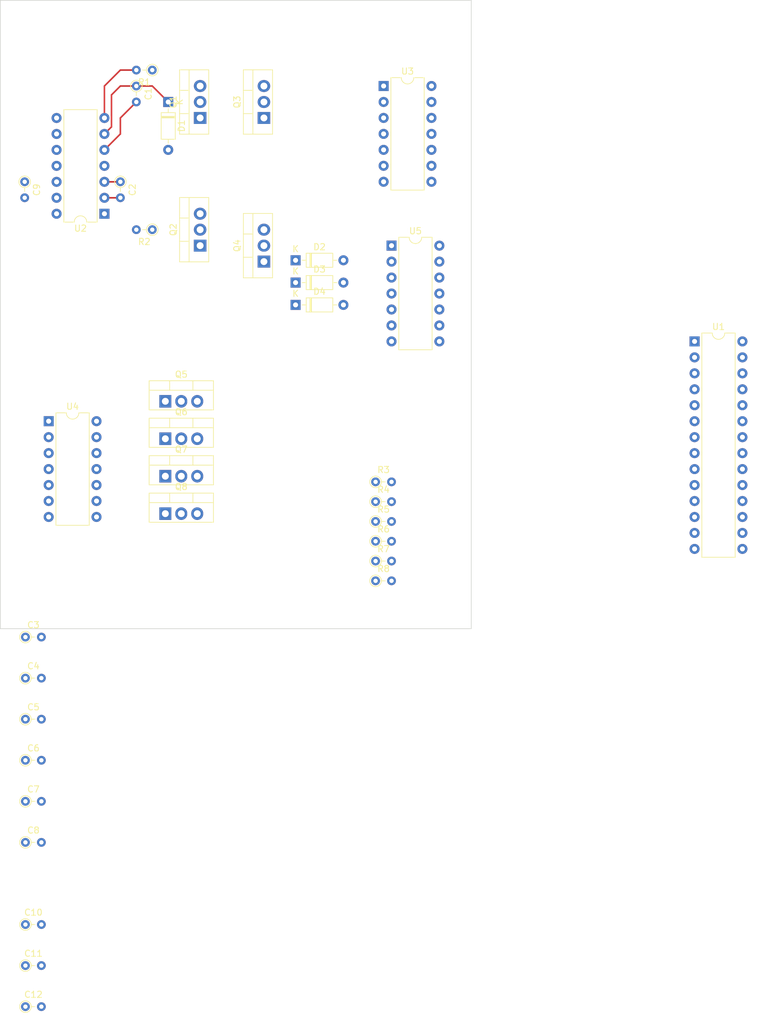
<source format=kicad_pcb>
(kicad_pcb (version 20221018) (generator pcbnew)
  (layers (0 "F.Cu" signal) (31 "B.Cu" signal) (34 "B.Paste" user) (35 "F.Paste" user) (36 "B.SilkS" user "B.Silkscreen") (37 "F.SilkS" user "F.Silkscreen") (38 "B.Mask" user) (39 "F.Mask" user) (44 "Edge.Cuts" user))
  (net 0 "")
  (net 1 "Net-(D1-K)")
  (net 2 "Net-(Q1-S)")
  (net 3 "+12V")
  (net 4 "GND")
  (net 5 "Net-(D2-K)")
  (net 6 "Net-(Q3-S)")
  (net 7 "Net-(U3-COM)")
  (net 8 "Net-(U1-VDD)")
  (net 9 "Net-(U4-VSS)")
  (net 10 "Net-(D3-K)")
  (net 11 "Net-(Q5-S)")
  (net 12 "Net-(U5-VSS)")
  (net 13 "Net-(U2-VSS)")
  (net 14 "Net-(U3-VSS)")
  (net 15 "Net-(D4-K)")
  (net 16 "Net-(Q7-S)")
  (net 17 "Net-(U5-COM)")
  (net 18 "Net-(Q1-G)")
  (net 19 "+9V")
  (net 20 "Net-(Q2-G)")
  (net 21 "Net-(Q3-G)")
  (net 22 "Net-(Q4-G)")
  (net 23 "Net-(Q5-G)")
  (net 24 "Net-(Q6-G)")
  (net 25 "Net-(Q7-G)")
  (net 26 "Net-(Q8-G)")
  (net 74 "Net-(U2-LO)")
  (net 75 "Net-(U2-HO)")
  (net 76 "Net-(U3-LO)")
  (net 77 "Net-(U3-HO)")
  (net 78 "Net-(U4-HO)")
  (net 79 "Net-(U4-LO)")
  (net 80 "Net-(U5-LO)")
  (net 81 "Net-(U5-HO)")
  (footprint "Package_TO_SOT_THT:TO-220-3_Vertical" (layer "F.Cu") (at 40.18 90.03)
    (fp_text reference "Q7" (at 2.54 -4.27) (layer "F.SilkS"))
    (fp_text value "IRF540N")
    (fp_line (start -2.58 -3.27) (end -2.58 1.371) (stroke (width 0.12)) (layer "F.SilkS"))
    (fp_line (start -2.58 -3.27) (end 7.66 -3.27) (stroke (width 0.12)) (layer "F.SilkS"))
    (fp_line (start -2.58 -1.76) (end 7.66 -1.76) (stroke (width 0.12)) (layer "F.SilkS"))
    (fp_line (start -2.58 1.371) (end 7.66 1.371) (stroke (width 0.12)) (layer "F.SilkS"))
    (fp_line (start 0.69 -3.27) (end 0.69 -1.76) (stroke (width 0.12)) (layer "F.SilkS"))
    (fp_line (start 4.391 -3.27) (end 4.391 -1.76) (stroke (width 0.12)) (layer "F.SilkS"))
    (fp_line (start 7.66 -3.27) (end 7.66 1.371) (stroke (width 0.12)) (layer "F.SilkS"))
    (pad "1" thru_hole rect (at 0 0) (size 1.905 2) (drill 1.1) (layers "*.Cu" "*.Mask") (net 25 "Net-(Q7-G)"))
    (pad "2" thru_hole oval (at 2.54 0) (size 1.905 2) (drill 1.1) (layers "*.Cu" "*.Mask") (net 19 "+9V"))
    (pad "3" thru_hole oval (at 5.08 0) (size 1.905 2) (drill 1.1) (layers "*.Cu" "*.Mask") (net 16 "Net-(Q7-S)"))
  )
  (footprint "Resistor_THT:R_Axial_DIN0204_L3.6mm_D1.6mm_P2.54mm_Vertical" (layer "F.Cu") (at 17.78 43.18 -90)
    (fp_text reference "C9" (at 1.27 -1.92 90) (layer "F.SilkS"))
    (fp_text value "1uF")
    (fp_line (start 0.92 0) (end 1.54 0) (stroke (width 0.12)) (layer "F.SilkS"))
    (fp_circle (center 0 0) (end 0.92 0) (stroke (width 0.12)) (fill none) (layer "F.SilkS"))
    (pad "1" thru_hole circle (at 0 0 270) (size 1.4 1.4) (drill 0.7) (layers "*.Cu" "*.Mask") (net 8 "Net-(U1-VDD)"))
    (pad "2" thru_hole oval (at 2.54 0 270) (size 1.4 1.4) (drill 0.7) (layers "*.Cu" "*.Mask") (net 13 "Net-(U2-VSS)"))
  )
  (footprint "Diode_THT:D_DO-35_SOD27_P7.62mm_Horizontal" (layer "F.Cu") (at 60.92 55.67)
    (fp_text reference "D2" (at 3.81 -2.12) (layer "F.SilkS"))
    (fp_text value "1N914")
    (fp_text user "K" (at 0 -1.8) (layer "F.SilkS"))
    (fp_line (start 1.04 0) (end 1.69 0) (stroke (width 0.12)) (layer "F.SilkS"))
    (fp_line (start 1.69 -1.12) (end 1.69 1.12) (stroke (width 0.12)) (layer "F.SilkS"))
    (fp_line (start 1.69 1.12) (end 5.93 1.12) (stroke (width 0.12)) (layer "F.SilkS"))
    (fp_line (start 2.29 -1.12) (end 2.29 1.12) (stroke (width 0.12)) (layer "F.SilkS"))
    (fp_line (start 2.41 -1.12) (end 2.41 1.12) (stroke (width 0.12)) (layer "F.SilkS"))
    (fp_line (start 2.53 -1.12) (end 2.53 1.12) (stroke (width 0.12)) (layer "F.SilkS"))
    (fp_line (start 5.93 -1.12) (end 1.69 -1.12) (stroke (width 0.12)) (layer "F.SilkS"))
    (fp_line (start 5.93 1.12) (end 5.93 -1.12) (stroke (width 0.12)) (layer "F.SilkS"))
    (fp_line (start 6.58 0) (end 5.93 0) (stroke (width 0.12)) (layer "F.SilkS"))
    (pad "1" thru_hole rect (at 0 0) (size 1.6 1.6) (drill 0.8) (layers "*.Cu" "*.Mask") (net 5 "Net-(D2-K)"))
    (pad "2" thru_hole oval (at 7.62 0) (size 1.6 1.6) (drill 0.8) (layers "*.Cu" "*.Mask") (net 3 "+12V"))
  )
  (footprint "Package_TO_SOT_THT:TO-220-3_Vertical" (layer "F.Cu") (at 40.18 95.99)
    (fp_text reference "Q8" (at 2.54 -4.27) (layer "F.SilkS"))
    (fp_text value "IRF540N")
    (fp_line (start -2.58 -3.27) (end -2.58 1.371) (stroke (width 0.12)) (layer "F.SilkS"))
    (fp_line (start -2.58 -3.27) (end 7.66 -3.27) (stroke (width 0.12)) (layer "F.SilkS"))
    (fp_line (start -2.58 -1.76) (end 7.66 -1.76) (stroke (width 0.12)) (layer "F.SilkS"))
    (fp_line (start -2.58 1.371) (end 7.66 1.371) (stroke (width 0.12)) (layer "F.SilkS"))
    (fp_line (start 0.69 -3.27) (end 0.69 -1.76) (stroke (width 0.12)) (layer "F.SilkS"))
    (fp_line (start 4.391 -3.27) (end 4.391 -1.76) (stroke (width 0.12)) (layer "F.SilkS"))
    (fp_line (start 7.66 -3.27) (end 7.66 1.371) (stroke (width 0.12)) (layer "F.SilkS"))
    (pad "1" thru_hole rect (at 0 0) (size 1.905 2) (drill 1.1) (layers "*.Cu" "*.Mask") (net 26 "Net-(Q8-G)"))
    (pad "2" thru_hole oval (at 2.54 0) (size 1.905 2) (drill 1.1) (layers "*.Cu" "*.Mask") (net 16 "Net-(Q7-S)"))
    (pad "3" thru_hole oval (at 5.08 0) (size 1.905 2) (drill 1.1) (layers "*.Cu" "*.Mask") (net 4 "GND"))
  )
  (footprint "Resistor_THT:R_Axial_DIN0204_L3.6mm_D1.6mm_P2.54mm_Vertical" (layer "F.Cu") (at 73.66 100.38)
    (fp_text reference "R6" (at 1.27 -1.92) (layer "F.SilkS"))
    (fp_text value "22R")
    (fp_line (start 0.92 0) (end 1.54 0) (stroke (width 0.12)) (layer "F.SilkS"))
    (fp_circle (center 0 0) (end 0.92 0) (stroke (width 0.12)) (fill none) (layer "F.SilkS"))
    (pad "1" thru_hole circle (at 0 0) (size 1.4 1.4) (drill 0.7) (layers "*.Cu" "*.Mask") (net 24 "Net-(Q6-G)"))
    (pad "2" thru_hole oval (at 2.54 0) (size 1.4 1.4) (drill 0.7) (layers "*.Cu" "*.Mask") (net 79 "Net-(U4-LO)"))
  )
  (footprint "Resistor_THT:R_Axial_DIN0204_L3.6mm_D1.6mm_P2.54mm_Vertical" (layer "F.Cu") (at 73.66 103.53)
    (fp_text reference "R7" (at 1.27 -1.92) (layer "F.SilkS"))
    (fp_text value "22R")
    (fp_line (start 0.92 0) (end 1.54 0) (stroke (width 0.12)) (layer "F.SilkS"))
    (fp_circle (center 0 0) (end 0.92 0) (stroke (width 0.12)) (fill none) (layer "F.SilkS"))
    (pad "1" thru_hole circle (at 0 0) (size 1.4 1.4) (drill 0.7) (layers "*.Cu" "*.Mask") (net 81 "Net-(U5-HO)"))
    (pad "2" thru_hole oval (at 2.54 0) (size 1.4 1.4) (drill 0.7) (layers "*.Cu" "*.Mask") (net 25 "Net-(Q7-G)"))
  )
  (footprint "Resistor_THT:R_Axial_DIN0204_L3.6mm_D1.6mm_P2.54mm_Vertical" (layer "F.Cu") (at 38.1 50.8 180)
    (fp_text reference "R2" (at 1.27 -1.92) (layer "F.SilkS"))
    (fp_text value "22R")
    (fp_line (start 0.92 0) (end 1.54 0) (stroke (width 0.12)) (layer "F.SilkS"))
    (fp_circle (center 0 0) (end 0.92 0) (stroke (width 0.12)) (fill none) (layer "F.SilkS"))
    (pad "1" thru_hole circle (at 0 0 180) (size 1.4 1.4) (drill 0.7) (layers "*.Cu" "*.Mask") (net 20 "Net-(Q2-G)"))
    (pad "2" thru_hole oval (at 2.54 0 180) (size 1.4 1.4) (drill 0.7) (layers "*.Cu" "*.Mask") (net 74 "Net-(U2-LO)"))
  )
  (footprint "Resistor_THT:R_Axial_DIN0204_L3.6mm_D1.6mm_P2.54mm_Vertical" (layer "F.Cu") (at 38.1 25.4 180)
    (fp_text reference "R1" (at 1.27 -1.92) (layer "F.SilkS"))
    (fp_text value "22R")
    (fp_line (start 0.92 0) (end 1.54 0) (stroke (width 0.12)) (layer "F.SilkS"))
    (fp_circle (center 0 0) (end 0.92 0) (stroke (width 0.12)) (fill none) (layer "F.SilkS"))
    (pad "1" thru_hole circle (at 0 0 180) (size 1.4 1.4) (drill 0.7) (layers "*.Cu" "*.Mask") (net 18 "Net-(Q1-G)"))
    (pad "2" thru_hole oval (at 2.54 0 180) (size 1.4 1.4) (drill 0.7) (layers "*.Cu" "*.Mask") (net 75 "Net-(U2-HO)"))
  )
  (footprint "Package_DIP:DIP-14_W7.62mm" (layer "F.Cu") (at 74.94 27.935)
    (fp_text reference "U3" (at 3.81 -2.33) (layer "F.SilkS"))
    (fp_text value "IR2110")
    (fp_line (start 1.16 -1.33) (end 1.16 16.57) (stroke (width 0.12)) (layer "F.SilkS"))
    (fp_line (start 1.16 16.57) (end 6.46 16.57) (stroke (width 0.12)) (layer "F.SilkS"))
    (fp_line (start 2.81 -1.33) (end 1.16 -1.33) (stroke (width 0.12)) (layer "F.SilkS"))
    (fp_line (start 6.46 -1.33) (end 4.81 -1.33) (stroke (width 0.12)) (layer "F.SilkS"))
    (fp_line (start 6.46 16.57) (end 6.46 -1.33) (stroke (width 0.12)) (layer "F.SilkS"))
    (fp_arc (start 4.81 -1.33) (mid 3.81 -0.33) (end 2.81 -1.33) (stroke (width 0.12)) (layer "F.SilkS"))
    (pad "1" thru_hole rect (at 0 0) (size 1.6 1.6) (drill 0.8) (layers "*.Cu" "*.Mask") (net 76 "Net-(U3-LO)"))
    (pad "2" thru_hole oval (at 0 2.54) (size 1.6 1.6) (drill 0.8) (layers "*.Cu" "*.Mask") (net 7 "Net-(U3-COM)"))
    (pad "3" thru_hole oval (at 0 5.08) (size 1.6 1.6) (drill 0.8) (layers "*.Cu" "*.Mask") (net 3 "+12V"))
    (pad "4" thru_hole oval (at 0 7.62) (size 1.6 1.6) (drill 0.8) (layers "*.Cu" "*.Mask"))
    (pad "5" thru_hole oval (at 0 10.16) (size 1.6 1.6) (drill 0.8) (layers "*.Cu" "*.Mask") (net 6 "Net-(Q3-S)"))
    (pad "6" thru_hole oval (at 0 12.7) (size 1.6 1.6) (drill 0.8) (layers "*.Cu" "*.Mask") (net 5 "Net-(D2-K)"))
    (pad "7" thru_hole oval (at 0 15.24) (size 1.6 1.6) (drill 0.8) (layers "*.Cu" "*.Mask") (net 77 "Net-(U3-HO)"))
    (pad "8" thru_hole oval (at 7.62 15.24) (size 1.6 1.6) (drill 0.8) (layers "*.Cu" "*.Mask"))
    (pad "9" thru_hole oval (at 7.62 12.7) (size 1.6 1.6) (drill 0.8) (layers "*.Cu" "*.Mask") (net 8 "Net-(U1-VDD)"))
    (pad "10" thru_hole oval (at 7.62 10.16) (size 1.6 1.6) (drill 0.8) (layers "*.Cu" "*.Mask"))
    (pad "11" thru_hole oval (at 7.62 7.62) (size 1.6 1.6) (drill 0.8) (layers "*.Cu" "*.Mask") (net 4 "GND"))
    (pad "12" thru_hole oval (at 7.62 5.08) (size 1.6 1.6) (drill 0.8) (layers "*.Cu" "*.Mask"))
    (pad "13" thru_hole oval (at 7.62 2.54) (size 1.6 1.6) (drill 0.8) (layers "*.Cu" "*.Mask") (net 14 "Net-(U3-VSS)"))
    (pad "14" thru_hole oval (at 7.62 0) (size 1.6 1.6) (drill 0.8) (layers "*.Cu" "*.Mask"))
  )
  (footprint "Package_TO_SOT_THT:TO-220-3_Vertical" (layer "F.Cu") (at 45.72 33.02 90)
    (fp_text reference "Q1" (at 2.54 -4.27 90) (layer "F.SilkS"))
    (fp_text value "IRF540N")
    (fp_line (start -2.58 -3.27) (end -2.58 1.371) (stroke (width 0.12)) (layer "F.SilkS"))
    (fp_line (start -2.58 -3.27) (end 7.66 -3.27) (stroke (width 0.12)) (layer "F.SilkS"))
    (fp_line (start -2.58 -1.76) (end 7.66 -1.76) (stroke (width 0.12)) (layer "F.SilkS"))
    (fp_line (start -2.58 1.371) (end 7.66 1.371) (stroke (width 0.12)) (layer "F.SilkS"))
    (fp_line (start 0.69 -3.27) (end 0.69 -1.76) (stroke (width 0.12)) (layer "F.SilkS"))
    (fp_line (start 4.391 -3.27) (end 4.391 -1.76) (stroke (width 0.12)) (layer "F.SilkS"))
    (fp_line (start 7.66 -3.27) (end 7.66 1.371) (stroke (width 0.12)) (layer "F.SilkS"))
    (pad "1" thru_hole rect (at 0 0 90) (size 1.905 2) (drill 1.1) (layers "*.Cu" "*.Mask") (net 18 "Net-(Q1-G)"))
    (pad "2" thru_hole oval (at 2.54 0 90) (size 1.905 2) (drill 1.1) (layers "*.Cu" "*.Mask") (net 19 "+9V"))
    (pad "3" thru_hole oval (at 5.08 0 90) (size 1.905 2) (drill 1.1) (layers "*.Cu" "*.Mask") (net 2 "Net-(Q1-S)"))
  )
  (footprint "Package_TO_SOT_THT:TO-220-3_Vertical" (layer "F.Cu") (at 40.18 78.11)
    (fp_text reference "Q5" (at 2.54 -4.27) (layer "F.SilkS"))
    (fp_text value "IRF540N")
    (fp_line (start -2.58 -3.27) (end -2.58 1.371) (stroke (width 0.12)) (layer "F.SilkS"))
    (fp_line (start -2.58 -3.27) (end 7.66 -3.27) (stroke (width 0.12)) (layer "F.SilkS"))
    (fp_line (start -2.58 -1.76) (end 7.66 -1.76) (stroke (width 0.12)) (layer "F.SilkS"))
    (fp_line (start -2.58 1.371) (end 7.66 1.371) (stroke (width 0.12)) (layer "F.SilkS"))
    (fp_line (start 0.69 -3.27) (end 0.69 -1.76) (stroke (width 0.12)) (layer "F.SilkS"))
    (fp_line (start 4.391 -3.27) (end 4.391 -1.76) (stroke (width 0.12)) (layer "F.SilkS"))
    (fp_line (start 7.66 -3.27) (end 7.66 1.371) (stroke (width 0.12)) (layer "F.SilkS"))
    (pad "1" thru_hole rect (at 0 0) (size 1.905 2) (drill 1.1) (layers "*.Cu" "*.Mask") (net 23 "Net-(Q5-G)"))
    (pad "2" thru_hole oval (at 2.54 0) (size 1.905 2) (drill 1.1) (layers "*.Cu" "*.Mask") (net 19 "+9V"))
    (pad "3" thru_hole oval (at 5.08 0) (size 1.905 2) (drill 1.1) (layers "*.Cu" "*.Mask") (net 11 "Net-(Q5-S)"))
  )
  (footprint "Resistor_THT:R_Axial_DIN0204_L3.6mm_D1.6mm_P2.54mm_Vertical" (layer "F.Cu") (at 33.02 43.18 -90)
    (fp_text reference "C2" (at 1.27 -1.92 90) (layer "F.SilkS"))
    (fp_text value "1uF")
    (fp_line (start 0.92 0) (end 1.54 0) (stroke (width 0.12)) (layer "F.SilkS"))
    (fp_circle (center 0 0) (end 0.92 0) (stroke (width 0.12)) (fill none) (layer "F.SilkS"))
    (pad "1" thru_hole circle (at 0 0 270) (size 1.4 1.4) (drill 0.7) (layers "*.Cu" "*.Mask") (net 3 "+12V"))
    (pad "2" thru_hole oval (at 2.54 0 270) (size 1.4 1.4) (drill 0.7) (layers "*.Cu" "*.Mask") (net 4 "GND"))
  )
  (footprint "Package_DIP:DIP-14_W7.62mm" (layer "F.Cu") (at 30.48 48.265 180)
    (fp_text reference "U2" (at 3.81 -2.33) (layer "F.SilkS"))
    (fp_text value "IR2110")
    (fp_line (start 1.16 -1.33) (end 1.16 16.57) (stroke (width 0.12)) (layer "F.SilkS"))
    (fp_line (start 1.16 16.57) (end 6.46 16.57) (stroke (width 0.12)) (layer "F.SilkS"))
    (fp_line (start 2.81 -1.33) (end 1.16 -1.33) (stroke (width 0.12)) (layer "F.SilkS"))
    (fp_line (start 6.46 -1.33) (end 4.81 -1.33) (stroke (width 0.12)) (layer "F.SilkS"))
    (fp_line (start 6.46 16.57) (end 6.46 -1.33) (stroke (width 0.12)) (layer "F.SilkS"))
    (fp_arc (start 4.81 -1.33) (mid 3.81 -0.33) (end 2.81 -1.33) (stroke (width 0.12)) (layer "F.SilkS"))
    (pad "1" thru_hole rect (at 0 0 180) (size 1.6 1.6) (drill 0.8) (layers "*.Cu" "*.Mask") (net 74 "Net-(U2-LO)"))
    (pad "2" thru_hole oval (at 0 2.54 180) (size 1.6 1.6) (drill 0.8) (layers "*.Cu" "*.Mask") (net 4 "GND"))
    (pad "3" thru_hole oval (at 0 5.08 180) (size 1.6 1.6) (drill 0.8) (layers "*.Cu" "*.Mask") (net 3 "+12V"))
    (pad "4" thru_hole oval (at 0 7.62 180) (size 1.6 1.6) (drill 0.8) (layers "*.Cu" "*.Mask"))
    (pad "5" thru_hole oval (at 0 10.16 180) (size 1.6 1.6) (drill 0.8) (layers "*.Cu" "*.Mask") (net 2 "Net-(Q1-S)"))
    (pad "6" thru_hole oval (at 0 12.7 180) (size 1.6 1.6) (drill 0.8) (layers "*.Cu" "*.Mask") (net 1 "Net-(D1-K)"))
    (pad "7" thru_hole oval (at 0 15.24 180) (size 1.6 1.6) (drill 0.8) (layers "*.Cu" "*.Mask") (net 75 "Net-(U2-HO)"))
    (pad "8" thru_hole oval (at 7.62 15.24 180) (size 1.6 1.6) (drill 0.8) (layers "*.Cu" "*.Mask"))
    (pad "9" thru_hole oval (at 7.62 12.7 180) (size 1.6 1.6) (drill 0.8) (layers "*.Cu" "*.Mask") (net 8 "Net-(U1-VDD)"))
    (pad "10" thru_hole oval (at 7.62 10.16 180) (size 1.6 1.6) (drill 0.8) (layers "*.Cu" "*.Mask"))
    (pad "11" thru_hole oval (at 7.62 7.62 180) (size 1.6 1.6) (drill 0.8) (layers "*.Cu" "*.Mask") (net 4 "GND"))
    (pad "12" thru_hole oval (at 7.62 5.08 180) (size 1.6 1.6) (drill 0.8) (layers "*.Cu" "*.Mask"))
    (pad "13" thru_hole oval (at 7.62 2.54 180) (size 1.6 1.6) (drill 0.8) (layers "*.Cu" "*.Mask") (net 13 "Net-(U2-VSS)"))
    (pad "14" thru_hole oval (at 7.62 0 180) (size 1.6 1.6) (drill 0.8) (layers "*.Cu" "*.Mask"))
  )
  (footprint "Resistor_THT:R_Axial_DIN0204_L3.6mm_D1.6mm_P2.54mm_Vertical" (layer "F.Cu") (at 17.9 174.4425)
    (fp_text reference "C12" (at 1.27 -1.92) (layer "F.SilkS"))
    (fp_text value "1uF")
    (fp_line (start 0.92 0) (end 1.54 0) (stroke (width 0.12)) (layer "F.SilkS"))
    (fp_circle (center 0 0) (end 0.92 0) (stroke (width 0.12)) (fill none) (layer "F.SilkS"))
    (pad "1" thru_hole circle (at 0 0) (size 1.4 1.4) (drill 0.7) (layers "*.Cu" "*.Mask") (net 3 "+12V"))
    (pad "2" thru_hole oval (at 2.54 0) (size 1.4 1.4) (drill 0.7) (layers "*.Cu" "*.Mask") (net 17 "Net-(U5-COM)"))
  )
  (footprint "Package_TO_SOT_THT:TO-220-3_Vertical" (layer "F.Cu") (at 55.88 55.88 90)
    (fp_text reference "Q4" (at 2.54 -4.27 90) (layer "F.SilkS"))
    (fp_text value "IRF540N")
    (fp_line (start -2.58 -3.27) (end -2.58 1.371) (stroke (width 0.12)) (layer "F.SilkS"))
    (fp_line (start -2.58 -3.27) (end 7.66 -3.27) (stroke (width 0.12)) (layer "F.SilkS"))
    (fp_line (start -2.58 -1.76) (end 7.66 -1.76) (stroke (width 0.12)) (layer "F.SilkS"))
    (fp_line (start -2.58 1.371) (end 7.66 1.371) (stroke (width 0.12)) (layer "F.SilkS"))
    (fp_line (start 0.69 -3.27) (end 0.69 -1.76) (stroke (width 0.12)) (layer "F.SilkS"))
    (fp_line (start 4.391 -3.27) (end 4.391 -1.76) (stroke (width 0.12)) (layer "F.SilkS"))
    (fp_line (start 7.66 -3.27) (end 7.66 1.371) (stroke (width 0.12)) (layer "F.SilkS"))
    (pad "1" thru_hole rect (at 0 0 90) (size 1.905 2) (drill 1.1) (layers "*.Cu" "*.Mask") (net 22 "Net-(Q4-G)"))
    (pad "2" thru_hole oval (at 2.54 0 90) (size 1.905 2) (drill 1.1) (layers "*.Cu" "*.Mask") (net 6 "Net-(Q3-S)"))
    (pad "3" thru_hole oval (at 5.08 0 90) (size 1.905 2) (drill 1.1) (layers "*.Cu" "*.Mask") (net 4 "GND"))
  )
  (footprint "Resistor_THT:R_Axial_DIN0204_L3.6mm_D1.6mm_P2.54mm_Vertical" (layer "F.Cu") (at 73.66 97.23)
    (fp_text reference "R5" (at 1.27 -1.92) (layer "F.SilkS"))
    (fp_text value "22R")
    (fp_line (start 0.92 0) (end 1.54 0) (stroke (width 0.12)) (layer "F.SilkS"))
    (fp_circle (center 0 0) (end 0.92 0) (stroke (width 0.12)) (fill none) (layer "F.SilkS"))
    (pad "1" thru_hole circle (at 0 0) (size 1.4 1.4) (drill 0.7) (layers "*.Cu" "*.Mask") (net 23 "Net-(Q5-G)"))
    (pad "2" thru_hole oval (at 2.54 0) (size 1.4 1.4) (drill 0.7) (layers "*.Cu" "*.Mask") (net 78 "Net-(U4-HO)"))
  )
  (footprint "Package_TO_SOT_THT:TO-220-3_Vertical" (layer "F.Cu") (at 45.72 53.34 90)
    (fp_text reference "Q2" (at 2.54 -4.27 90) (layer "F.SilkS"))
    (fp_text value "IRF540N")
    (fp_line (start -2.58 -3.27) (end -2.58 1.371) (stroke (width 0.12)) (layer "F.SilkS"))
    (fp_line (start -2.58 -3.27) (end 7.66 -3.27) (stroke (width 0.12)) (layer "F.SilkS"))
    (fp_line (start -2.58 -1.76) (end 7.66 -1.76) (stroke (width 0.12)) (layer "F.SilkS"))
    (fp_line (start -2.58 1.371) (end 7.66 1.371) (stroke (width 0.12)) (layer "F.SilkS"))
    (fp_line (start 0.69 -3.27) (end 0.69 -1.76) (stroke (width 0.12)) (layer "F.SilkS"))
    (fp_line (start 4.391 -3.27) (end 4.391 -1.76) (stroke (width 0.12)) (layer "F.SilkS"))
    (fp_line (start 7.66 -3.27) (end 7.66 1.371) (stroke (width 0.12)) (layer "F.SilkS"))
    (pad "1" thru_hole rect (at 0 0 90) (size 1.905 2) (drill 1.1) (layers "*.Cu" "*.Mask") (net 20 "Net-(Q2-G)"))
    (pad "2" thru_hole oval (at 2.54 0 90) (size 1.905 2) (drill 1.1) (layers "*.Cu" "*.Mask") (net 2 "Net-(Q1-S)"))
    (pad "3" thru_hole oval (at 5.08 0 90) (size 1.905 2) (drill 1.1) (layers "*.Cu" "*.Mask") (net 4 "GND"))
  )
  (footprint "Resistor_THT:R_Axial_DIN0204_L3.6mm_D1.6mm_P2.54mm_Vertical" (layer "F.Cu") (at 17.9 167.9075)
    (fp_text reference "C11" (at 1.27 -1.92) (layer "F.SilkS"))
    (fp_text value "1uF")
    (fp_line (start 0.92 0) (end 1.54 0) (stroke (width 0.12)) (layer "F.SilkS"))
    (fp_circle (center 0 0) (end 0.92 0) (stroke (width 0.12)) (fill none) (layer "F.SilkS"))
    (pad "1" thru_hole circle (at 0 0) (size 1.4 1.4) (drill 0.7) (layers "*.Cu" "*.Mask") (net 15 "Net-(D4-K)"))
    (pad "2" thru_hole oval (at 2.54 0) (size 1.4 1.4) (drill 0.7) (layers "*.Cu" "*.Mask") (net 16 "Net-(Q7-S)"))
  )
  (footprint "Diode_THT:D_DO-35_SOD27_P7.62mm_Horizontal" (layer "F.Cu") (at 60.92 62.77)
    (fp_text reference "D4" (at 3.81 -2.12) (layer "F.SilkS"))
    (fp_text value "1N914")
    (fp_text user "K" (at 0 -1.8) (layer "F.SilkS"))
    (fp_line (start 1.04 0) (end 1.69 0) (stroke (width 0.12)) (layer "F.SilkS"))
    (fp_line (start 1.69 -1.12) (end 1.69 1.12) (stroke (width 0.12)) (layer "F.SilkS"))
    (fp_line (start 1.69 1.12) (end 5.93 1.12) (stroke (width 0.12)) (layer "F.SilkS"))
    (fp_line (start 2.29 -1.12) (end 2.29 1.12) (stroke (width 0.12)) (layer "F.SilkS"))
    (fp_line (start 2.41 -1.12) (end 2.41 1.12) (stroke (width 0.12)) (layer "F.SilkS"))
    (fp_line (start 2.53 -1.12) (end 2.53 1.12) (stroke (width 0.12)) (layer "F.SilkS"))
    (fp_line (start 5.93 -1.12) (end 1.69 -1.12) (stroke (width 0.12)) (layer "F.SilkS"))
    (fp_line (start 5.93 1.12) (end 5.93 -1.12) (stroke (width 0.12)) (layer "F.SilkS"))
    (fp_line (start 6.58 0) (end 5.93 0) (stroke (width 0.12)) (layer "F.SilkS"))
    (pad "1" thru_hole rect (at 0 0) (size 1.6 1.6) (drill 0.8) (layers "*.Cu" "*.Mask") (net 15 "Net-(D4-K)"))
    (pad "2" thru_hole oval (at 7.62 0) (size 1.6 1.6) (drill 0.8) (layers "*.Cu" "*.Mask") (net 3 "+12V"))
  )
  (footprint "Resistor_THT:R_Axial_DIN0204_L3.6mm_D1.6mm_P2.54mm_Vertical" (layer "F.Cu") (at 17.9 115.6275)
    (fp_text reference "C3" (at 1.27 -1.92) (layer "F.SilkS"))
    (fp_text value "1uF")
    (fp_line (start 0.92 0) (end 1.54 0) (stroke (width 0.12)) (layer "F.SilkS"))
    (fp_circle (center 0 0) (end 0.92 0) (stroke (width 0.12)) (fill none) (layer "F.SilkS"))
    (pad "1" thru_hole circle (at 0 0) (size 1.4 1.4) (drill 0.7) (layers "*.Cu" "*.Mask") (net 5 "Net-(D2-K)"))
    (pad "2" thru_hole oval (at 2.54 0) (size 1.4 1.4) (drill 0.7) (layers "*.Cu" "*.Mask") (net 6 "Net-(Q3-S)"))
  )
  (footprint "Resistor_THT:R_Axial_DIN0204_L3.6mm_D1.6mm_P2.54mm_Vertical" (layer "F.Cu") (at 73.66 106.68)
    (fp_text reference "R8" (at 1.27 -1.92) (layer "F.SilkS"))
    (fp_text value "22R")
    (fp_line (start 0.92 0) (end 1.54 0) (stroke (width 0.12)) (layer "F.SilkS"))
    (fp_circle (center 0 0) (end 0.92 0) (stroke (width 0.12)) (fill none) (layer "F.SilkS"))
    (pad "1" thru_hole circle (at 0 0) (size 1.4 1.4) (drill 0.7) (layers "*.Cu" "*.Mask") (net 80 "Net-(U5-LO)"))
    (pad "2" thru_hole oval (at 2.54 0) (size 1.4 1.4) (drill 0.7) (layers "*.Cu" "*.Mask") (net 26 "Net-(Q8-G)"))
  )
  (footprint "Resistor_THT:R_Axial_DIN0204_L3.6mm_D1.6mm_P2.54mm_Vertical" (layer "F.Cu") (at 17.9 135.2325)
    (fp_text reference "C6" (at 1.27 -1.92) (layer "F.SilkS"))
    (fp_text value "1uF")
    (fp_line (start 0.92 0) (end 1.54 0) (stroke (width 0.12)) (layer "F.SilkS"))
    (fp_circle (center 0 0) (end 0.92 0) (stroke (width 0.12)) (fill none) (layer "F.SilkS"))
    (pad "1" thru_hole circle (at 0 0) (size 1.4 1.4) (drill 0.7) (layers "*.Cu" "*.Mask") (net 10 "Net-(D3-K)"))
    (pad "2" thru_hole oval (at 2.54 0) (size 1.4 1.4) (drill 0.7) (layers "*.Cu" "*.Mask") (net 11 "Net-(Q5-S)"))
  )
  (footprint "Resistor_THT:R_Axial_DIN0204_L3.6mm_D1.6mm_P2.54mm_Vertical" (layer "F.Cu") (at 73.66 90.93)
    (fp_text reference "R3" (at 1.27 -1.92) (layer "F.SilkS"))
    (fp_text value "22R")
    (fp_line (start 0.92 0) (end 1.54 0) (stroke (width 0.12)) (layer "F.SilkS"))
    (fp_circle (center 0 0) (end 0.92 0) (stroke (width 0.12)) (fill none) (layer "F.SilkS"))
    (pad "1" thru_hole circle (at 0 0) (size 1.4 1.4) (drill 0.7) (layers "*.Cu" "*.Mask") (net 77 "Net-(U3-HO)"))
    (pad "2" thru_hole oval (at 2.54 0) (size 1.4 1.4) (drill 0.7) (layers "*.Cu" "*.Mask") (net 21 "Net-(Q3-G)"))
  )
  (footprint "Package_DIP:DIP-14_W7.62mm" (layer "F.Cu") (at 21.6 81.275)
    (fp_text reference "U4" (at 3.81 -2.33) (layer "F.SilkS"))
    (fp_text value "IR2110")
    (fp_line (start 1.16 -1.33) (end 1.16 16.57) (stroke (width 0.12)) (layer "F.SilkS"))
    (fp_line (start 1.16 16.57) (end 6.46 16.57) (stroke (width 0.12)) (layer "F.SilkS"))
    (fp_line (start 2.81 -1.33) (end 1.16 -1.33) (stroke (width 0.12)) (layer "F.SilkS"))
    (fp_line (start 6.46 -1.33) (end 4.81 -1.33) (stroke (width 0.12)) (layer "F.SilkS"))
    (fp_line (start 6.46 16.57) (end 6.46 -1.33) (stroke (width 0.12)) (layer "F.SilkS"))
    (fp_arc (start 4.81 -1.33) (mid 3.81 -0.33) (end 2.81 -1.33) (stroke (width 0.12)) (layer "F.SilkS"))
    (pad "1" thru_hole rect (at 0 0) (size 1.6 1.6) (drill 0.8) (layers "*.Cu" "*.Mask") (net 79 "Net-(U4-LO)"))
    (pad "2" thru_hole oval (at 0 2.54) (size 1.6 1.6) (drill 0.8) (layers "*.Cu" "*.Mask") (net 4 "GND"))
    (pad "3" thru_hole oval (at 0 5.08) (size 1.6 1.6) (drill 0.8) (layers "*.Cu" "*.Mask") (net 3 "+12V"))
    (pad "4" thru_hole oval (at 0 7.62) (size 1.6 1.6) (drill 0.8) (layers "*.Cu" "*.Mask"))
    (pad "5" thru_hole oval (at 0 10.16) (size 1.6 1.6) (drill 0.8) (layers "*.Cu" "*.Mask") (net 11 "Net-(Q5-S)"))
    (pad "6" thru_hole oval (at 0 12.7) (size 1.6 1.6) (drill 0.8) (layers "*.Cu" "*.Mask") (net 10 "Net-(D3-K)"))
    (pad "7" thru_hole oval (at 0 15.24) (size 1.6 1.6) (drill 0.8) (layers "*.Cu" "*.Mask") (net 78 "Net-(U4-HO)"))
    (pad "8" thru_hole oval (at 7.62 15.24) (size 1.6 1.6) (drill 0.8) (layers "*.Cu" "*.Mask"))
    (pad "9" thru_hole oval (at 7.62 12.7) (size 1.6 1.6) (drill 0.8) (layers "*.Cu" "*.Mask") (net 8 "Net-(U1-VDD)"))
    (pad "10" thru_hole oval (at 7.62 10.16) (size 1.6 1.6) (drill 0.8) (layers "*.Cu" "*.Mask"))
    (pad "11" thru_hole oval (at 7.62 7.62) (size 1.6 1.6) (drill 0.8) (layers "*.Cu" "*.Mask") (net 4 "GND"))
    (pad "12" thru_hole oval (at 7.62 5.08) (size 1.6 1.6) (drill 0.8) (layers "*.Cu" "*.Mask"))
    (pad "13" thru_hole oval (at 7.62 2.54) (size 1.6 1.6) (drill 0.8) (layers "*.Cu" "*.Mask") (net 9 "Net-(U4-VSS)"))
    (pad "14" thru_hole oval (at 7.62 0) (size 1.6 1.6) (drill 0.8) (layers "*.Cu" "*.Mask"))
  )
  (footprint "Package_TO_SOT_THT:TO-220-3_Vertical" (layer "F.Cu") (at 40.18 84.07)
    (fp_text reference "Q6" (at 2.54 -4.27) (layer "F.SilkS"))
    (fp_text value "IRF540N")
    (fp_line (start -2.58 -3.27) (end -2.58 1.371) (stroke (width 0.12)) (layer "F.SilkS"))
    (fp_line (start -2.58 -3.27) (end 7.66 -3.27) (stroke (width 0.12)) (layer "F.SilkS"))
    (fp_line (start -2.58 -1.76) (end 7.66 -1.76) (stroke (width 0.12)) (layer "F.SilkS"))
    (fp_line (start -2.58 1.371) (end 7.66 1.371) (stroke (width 0.12)) (layer "F.SilkS"))
    (fp_line (start 0.69 -3.27) (end 0.69 -1.76) (stroke (width 0.12)) (layer "F.SilkS"))
    (fp_line (start 4.391 -3.27) (end 4.391 -1.76) (stroke (width 0.12)) (layer "F.SilkS"))
    (fp_line (start 7.66 -3.27) (end 7.66 1.371) (stroke (width 0.12)) (layer "F.SilkS"))
    (pad "1" thru_hole rect (at 0 0) (size 1.905 2) (drill 1.1) (layers "*.Cu" "*.Mask") (net 24 "Net-(Q6-G)"))
    (pad "2" thru_hole oval (at 2.54 0) (size 1.905 2) (drill 1.1) (layers "*.Cu" "*.Mask") (net 11 "Net-(Q5-S)"))
    (pad "3" thru_hole oval (at 5.08 0) (size 1.905 2) (drill 1.1) (layers "*.Cu" "*.Mask") (net 4 "GND"))
  )
  (footprint "Package_DIP:DIP-14_W7.62mm" (layer "F.Cu") (at 76.2 53.34)
    (fp_text reference "U5" (at 3.81 -2.33) (layer "F.SilkS"))
    (fp_text value "IR2110")
    (fp_line (start 1.16 -1.33) (end 1.16 16.57) (stroke (width 0.12)) (layer "F.SilkS"))
    (fp_line (start 1.16 16.57) (end 6.46 16.57) (stroke (width 0.12)) (layer "F.SilkS"))
    (fp_line (start 2.81 -1.33) (end 1.16 -1.33) (stroke (width 0.12)) (layer "F.SilkS"))
    (fp_line (start 6.46 -1.33) (end 4.81 -1.33) (stroke (width 0.12)) (layer "F.SilkS"))
    (fp_line (start 6.46 16.57) (end 6.46 -1.33) (stroke (width 0.12)) (layer "F.SilkS"))
    (fp_arc (start 4.81 -1.33) (mid 3.81 -0.33) (end 2.81 -1.33) (stroke (width 0.12)) (layer "F.SilkS"))
    (pad "1" thru_hole rect (at 0 0) (size 1.6 1.6) (drill 0.8) (layers "*.Cu" "*.Mask") (net 80 "Net-(U5-LO)"))
    (pad "2" thru_hole oval (at 0 2.54) (size 1.6 1.6) (drill 0.8) (layers "*.Cu" "*.Mask") (net 17 "Net-(U5-COM)"))
    (pad "3" thru_hole oval (at 0 5.08) (size 1.6 1.6) (drill 0.8) (layers "*.Cu" "*.Mask") (net 3 "+12V"))
    (pad "4" thru_hole oval (at 0 7.62) (size 1.6 1.6) (drill 0.8) (layers "*.Cu" "*.Mask"))
    (pad "5" thru_hole oval (at 0 10.16) (size 1.6 1.6) (drill 0.8) (layers "*.Cu" "*.Mask") (net 16 "Net-(Q7-S)"))
    (pad "6" thru_hole oval (at 0 12.7) (size 1.6 1.6) (drill 0.8) (layers "*.Cu" "*.Mask") (net 15 "Net-(D4-K)"))
    (pad "7" thru_hole oval (at 0 15.24) (size 1.6 1.6) (drill 0.8) (layers "*.Cu" "*.Mask") (net 81 "Net-(U5-HO)"))
    (pad "8" thru_hole oval (at 7.62 15.24) (size 1.6 1.6) (drill 0.8) (layers "*.Cu" "*.Mask"))
    (pad "9" thru_hole oval (at 7.62 12.7) (size 1.6 1.6) (drill 0.8) (layers "*.Cu" "*.Mask") (net 8 "Net-(U1-VDD)"))
    (pad "10" thru_hole oval (at 7.62 10.16) (size 1.6 1.6) (drill 0.8) (layers "*.Cu" "*.Mask"))
    (pad "11" thru_hole oval (at 7.62 7.62) (size 1.6 1.6) (drill 0.8) (layers "*.Cu" "*.Mask") (net 4 "GND"))
    (pad "12" thru_hole oval (at 7.62 5.08) (size 1.6 1.6) (drill 0.8) (layers "*.Cu" "*.Mask"))
    (pad "13" thru_hole oval (at 7.62 2.54) (size 1.6 1.6) (drill 0.8) (layers "*.Cu" "*.Mask") (net 12 "Net-(U5-VSS)"))
    (pad "14" thru_hole oval (at 7.62 0) (size 1.6 1.6) (drill 0.8) (layers "*.Cu" "*.Mask"))
  )
  (footprint "Package_DIP:DIP-28_W7.62mm" (layer "F.Cu") (at 124.46 68.58)
    (fp_text reference "U1" (at 3.81 -2.33) (layer "F.SilkS"))
    (fp_text value "AVR128DB28x-xSP")
    (fp_line (start 1.16 -1.33) (end 1.16 34.35) (stroke (width 0.12)) (layer "F.SilkS"))
    (fp_line (start 1.16 34.35) (end 6.46 34.35) (stroke (width 0.12)) (layer "F.SilkS"))
    (fp_line (start 2.81 -1.33) (end 1.16 -1.33) (stroke (width 0.12)) (layer "F.SilkS"))
    (fp_line (start 6.46 -1.33) (end 4.81 -1.33) (stroke (width 0.12)) (layer "F.SilkS"))
    (fp_line (start 6.46 34.35) (end 6.46 -1.33) (stroke (width 0.12)) (layer "F.SilkS"))
    (fp_arc (start 4.81 -1.33) (mid 3.81 -0.33) (end 2.81 -1.33) (stroke (width 0.12)) (layer "F.SilkS"))
    (pad "1" thru_hole rect (at 0 0) (size 1.6 1.6) (drill 0.8) (layers "*.Cu" "*.Mask"))
    (pad "2" thru_hole oval (at 0 2.54) (size 1.6 1.6) (drill 0.8) (layers "*.Cu" "*.Mask"))
    (pad "3" thru_hole oval (at 0 5.08) (size 1.6 1.6) (drill 0.8) (layers "*.Cu" "*.Mask"))
    (pad "4" thru_hole oval (at 0 7.62) (size 1.6 1.6) (drill 0.8) (layers "*.Cu" "*.Mask"))
    (pad "5" thru_hole oval (at 0 10.16) (size 1.6 1.6) (drill 0.8) (layers "*.Cu" "*.Mask"))
    (pad "6" thru_hole oval (at 0 12.7) (size 1.6 1.6) (drill 0.8) (layers "*.Cu" "*.Mask"))
    (pad "7" thru_hole oval (at 0 15.24) (size 1.6 1.6) (drill 0.8) (layers "*.Cu" "*.Mask"))
    (pad "8" thru_hole oval (at 0 17.78) (size 1.6 1.6) (drill 0.8) (layers "*.Cu" "*.Mask"))
    (pad "9" thru_hole oval (at 0 20.32) (size 1.6 1.6) (drill 0.8) (layers "*.Cu" "*.Mask"))
    (pad "10" thru_hole oval (at 0 22.86) (size 1.6 1.6) (drill 0.8) (layers "*.Cu" "*.Mask"))
    (pad "11" thru_hole oval (at 0 25.4) (size 1.6 1.6) (drill 0.8) (layers "*.Cu" "*.Mask"))
    (pad "12" thru_hole oval (at 0 27.94) (size 1.6 1.6) (drill 0.8) (layers "*.Cu" "*.Mask"))
    (pad "13" thru_hole oval (at 0 30.48) (size 1.6 1.6) (drill 0.8) (layers "*.Cu" "*.Mask"))
    (pad "14" thru_hole oval (at 0 33.02) (size 1.6 1.6) (drill 0.8) (layers "*.Cu" "*.Mask"))
    (pad "15" thru_hole oval (at 7.62 33.02) (size 1.6 1.6) (drill 0.8) (layers "*.Cu" "*.Mask"))
    (pad "16" thru_hole oval (at 7.62 30.48) (size 1.6 1.6) (drill 0.8) (layers "*.Cu" "*.Mask"))
    (pad "17" thru_hole oval (at 7.62 27.94) (size 1.6 1.6) (drill 0.8) (layers "*.Cu" "*.Mask"))
    (pad "18" thru_hole oval (at 7.62 25.4) (size 1.6 1.6) (drill 0.8) (layers "*.Cu" "*.Mask"))
    (pad "19" thru_hole oval (at 7.62 22.86) (size 1.6 1.6) (drill 0.8) (layers "*.Cu" "*.Mask"))
    (pad "20" thru_hole oval (at 7.62 20.32) (size 1.6 1.6) (drill 0.8) (layers "*.Cu" "*.Mask") (net 8 "Net-(U1-VDD)"))
    (pad "21" thru_hole oval (at 7.62 17.78) (size 1.6 1.6) (drill 0.8) (layers "*.Cu" "*.Mask"))
    (pad "22" thru_hole oval (at 7.62 15.24) (size 1.6 1.6) (drill 0.8) (layers "*.Cu" "*.Mask"))
    (pad "23" thru_hole oval (at 7.62 12.7) (size 1.6 1.6) (drill 0.8) (layers "*.Cu" "*.Mask"))
    (pad "24" thru_hole oval (at 7.62 10.16) (size 1.6 1.6) (drill 0.8) (layers "*.Cu" "*.Mask"))
    (pad "25" thru_hole oval (at 7.62 7.62) (size 1.6 1.6) (drill 0.8) (layers "*.Cu" "*.Mask"))
    (pad "26" thru_hole oval (at 7.62 5.08) (size 1.6 1.6) (drill 0.8) (layers "*.Cu" "*.Mask"))
    (pad "27" thru_hole oval (at 7.62 2.54) (size 1.6 1.6) (drill 0.8) (layers "*.Cu" "*.Mask"))
    (pad "28" thru_hole oval (at 7.62 0) (size 1.6 1.6) (drill 0.8) (layers "*.Cu" "*.Mask"))
  )
  (footprint "Resistor_THT:R_Axial_DIN0204_L3.6mm_D1.6mm_P2.54mm_Vertical" (layer "F.Cu") (at 17.9 128.6975)
    (fp_text reference "C5" (at 1.27 -1.92) (layer "F.SilkS"))
    (fp_text value "1uF")
    (fp_line (start 0.92 0) (end 1.54 0) (stroke (width 0.12)) (layer "F.SilkS"))
    (fp_circle (center 0 0) (end 0.92 0) (stroke (width 0.12)) (fill none) (layer "F.SilkS"))
    (pad "1" thru_hole circle (at 0 0) (size 1.4 1.4) (drill 0.7) (layers "*.Cu" "*.Mask") (net 8 "Net-(U1-VDD)"))
    (pad "2" thru_hole oval (at 2.54 0) (size 1.4 1.4) (drill 0.7) (layers "*.Cu" "*.Mask") (net 9 "Net-(U4-VSS)"))
  )
  (footprint "Resistor_THT:R_Axial_DIN0204_L3.6mm_D1.6mm_P2.54mm_Vertical" (layer "F.Cu") (at 17.9 122.1625)
    (fp_text reference "C4" (at 1.27 -1.92) (layer "F.SilkS"))
    (fp_text value "1uF")
    (fp_line (start 0.92 0) (end 1.54 0) (stroke (width 0.12)) (layer "F.SilkS"))
    (fp_circle (center 0 0) (end 0.92 0) (stroke (width 0.12)) (fill none) (layer "F.SilkS"))
    (pad "1" thru_hole circle (at 0 0) (size 1.4 1.4) (drill 0.7) (layers "*.Cu" "*.Mask") (net 3 "+12V"))
    (pad "2" thru_hole oval (at 2.54 0) (size 1.4 1.4) (drill 0.7) (layers "*.Cu" "*.Mask") (net 7 "Net-(U3-COM)"))
  )
  (footprint "Package_TO_SOT_THT:TO-220-3_Vertical" (layer "F.Cu") (at 55.88 33.02 90)
    (fp_text reference "Q3" (at 2.54 -4.27 90) (layer "F.SilkS"))
    (fp_text value "IRF540N")
    (fp_line (start -2.58 -3.27) (end -2.58 1.371) (stroke (width 0.12)) (layer "F.SilkS"))
    (fp_line (start -2.58 -3.27) (end 7.66 -3.27) (stroke (width 0.12)) (layer "F.SilkS"))
    (fp_line (start -2.58 -1.76) (end 7.66 -1.76) (stroke (width 0.12)) (layer "F.SilkS"))
    (fp_line (start -2.58 1.371) (end 7.66 1.371) (stroke (width 0.12)) (layer "F.SilkS"))
    (fp_line (start 0.69 -3.27) (end 0.69 -1.76) (stroke (width 0.12)) (layer "F.SilkS"))
    (fp_line (start 4.391 -3.27) (end 4.391 -1.76) (stroke (width 0.12)) (layer "F.SilkS"))
    (fp_line (start 7.66 -3.27) (end 7.66 1.371) (stroke (width 0.12)) (layer "F.SilkS"))
    (pad "1" thru_hole rect (at 0 0 90) (size 1.905 2) (drill 1.1) (layers "*.Cu" "*.Mask") (net 21 "Net-(Q3-G)"))
    (pad "2" thru_hole oval (at 2.54 0 90) (size 1.905 2) (drill 1.1) (layers "*.Cu" "*.Mask") (net 19 "+9V"))
    (pad "3" thru_hole oval (at 5.08 0 90) (size 1.905 2) (drill 1.1) (layers "*.Cu" "*.Mask") (net 6 "Net-(Q3-S)"))
  )
  (footprint "Resistor_THT:R_Axial_DIN0204_L3.6mm_D1.6mm_P2.54mm_Vertical" (layer "F.Cu") (at 17.9 148.3025)
    (fp_text reference "C8" (at 1.27 -1.92) (layer "F.SilkS"))
    (fp_text value "1uF")
    (fp_line (start 0.92 0) (end 1.54 0) (stroke (width 0.12)) (layer "F.SilkS"))
    (fp_circle (center 0 0) (end 0.92 0) (stroke (width 0.12)) (fill none) (layer "F.SilkS"))
    (pad "1" thru_hole circle (at 0 0) (size 1.4 1.4) (drill 0.7) (layers "*.Cu" "*.Mask") (net 8 "Net-(U1-VDD)"))
    (pad "2" thru_hole oval (at 2.54 0) (size 1.4 1.4) (drill 0.7) (layers "*.Cu" "*.Mask") (net 12 "Net-(U5-VSS)"))
  )
  (footprint "Resistor_THT:R_Axial_DIN0204_L3.6mm_D1.6mm_P2.54mm_Vertical" (layer "F.Cu") (at 73.66 94.08)
    (fp_text reference "R4" (at 1.27 -1.92) (layer "F.SilkS"))
    (fp_text value "22R")
    (fp_line (start 0.92 0) (end 1.54 0) (stroke (width 0.12)) (layer "F.SilkS"))
    (fp_circle (center 0 0) (end 0.92 0) (stroke (width 0.12)) (fill none) (layer "F.SilkS"))
    (pad "1" thru_hole circle (at 0 0) (size 1.4 1.4) (drill 0.7) (layers "*.Cu" "*.Mask") (net 76 "Net-(U3-LO)"))
    (pad "2" thru_hole oval (at 2.54 0) (size 1.4 1.4) (drill 0.7) (layers "*.Cu" "*.Mask") (net 22 "Net-(Q4-G)"))
  )
  (footprint "Resistor_THT:R_Axial_DIN0204_L3.6mm_D1.6mm_P2.54mm_Vertical" (layer "F.Cu") (at 17.9 161.3725)
    (fp_text reference "C10" (at 1.27 -1.92) (layer "F.SilkS"))
    (fp_text value "1uF")
    (fp_line (start 0.92 0) (end 1.54 0) (stroke (width 0.12)) (layer "F.SilkS"))
    (fp_circle (center 0 0) (end 0.92 0) (stroke (width 0.12)) (fill none) (layer "F.SilkS"))
    (pad "1" thru_hole circle (at 0 0) (size 1.4 1.4) (drill 0.7) (layers "*.Cu" "*.Mask") (net 8 "Net-(U1-VDD)"))
    (pad "2" thru_hole oval (at 2.54 0) (size 1.4 1.4) (drill 0.7) (layers "*.Cu" "*.Mask") (net 14 "Net-(U3-VSS)"))
  )
  (footprint "Diode_THT:D_DO-35_SOD27_P7.62mm_Horizontal" (layer "F.Cu") (at 40.64 30.48 -90)
    (fp_text reference "D1" (at 3.81 -2.12 90) (layer "F.SilkS"))
    (fp_text value "1N914")
    (fp_text user "K" (at 0 -1.8 90) (layer "F.SilkS"))
    (fp_line (start 1.04 0) (end 1.69 0) (stroke (width 0.12)) (layer "F.SilkS"))
    (fp_line (start 1.69 -1.12) (end 1.69 1.12) (stroke (width 0.12)) (layer "F.SilkS"))
    (fp_line (start 1.69 1.12) (end 5.93 1.12) (stroke (width 0.12)) (layer "F.SilkS"))
    (fp_line (start 2.29 -1.12) (end 2.29 1.12) (stroke (width 0.12)) (layer "F.SilkS"))
    (fp_line (start 2.41 -1.12) (end 2.41 1.12) (stroke (width 0.12)) (layer "F.SilkS"))
    (fp_line (start 2.53 -1.12) (end 2.53 1.12) (stroke (width 0.12)) (layer "F.SilkS"))
    (fp_line (start 5.93 -1.12) (end 1.69 -1.12) (stroke (width 0.12)) (layer "F.SilkS"))
    (fp_line (start 5.93 1.12) (end 5.93 -1.12) (stroke (width 0.12)) (layer "F.SilkS"))
    (fp_line (start 6.58 0) (end 5.93 0) (stroke (width 0.12)) (layer "F.SilkS"))
    (pad "1" thru_hole rect (at 0 0 270) (size 1.6 1.6) (drill 0.8) (layers "*.Cu" "*.Mask") (net 1 "Net-(D1-K)"))
    (pad "2" thru_hole oval (at 7.62 0 270) (size 1.6 1.6) (drill 0.8) (layers "*.Cu" "*.Mask") (net 3 "+12V"))
  )
  (footprint "Diode_THT:D_DO-35_SOD27_P7.62mm_Horizontal" (layer "F.Cu") (at 60.92 59.22)
    (fp_text reference "D3" (at 3.81 -2.12) (layer "F.SilkS"))
    (fp_text value "1N914")
    (fp_text user "K" (at 0 -1.8) (layer "F.SilkS"))
    (fp_line (start 1.04 0) (end 1.69 0) (stroke (width 0.12)) (layer "F.SilkS"))
    (fp_line (start 1.69 -1.12) (end 1.69 1.12) (stroke (width 0.12)) (layer "F.SilkS"))
    (fp_line (start 1.69 1.12) (end 5.93 1.12) (stroke (width 0.12)) (layer "F.SilkS"))
    (fp_line (start 2.29 -1.12) (end 2.29 1.12) (stroke (width 0.12)) (layer "F.SilkS"))
    (fp_line (start 2.41 -1.12) (end 2.41 1.12) (stroke (width 0.12)) (layer "F.SilkS"))
    (fp_line (start 2.53 -1.12) (end 2.53 1.12) (stroke (width 0.12)) (layer "F.SilkS"))
    (fp_line (start 5.93 -1.12) (end 1.69 -1.12) (stroke (width 0.12)) (layer "F.SilkS"))
    (fp_line (start 5.93 1.12) (end 5.93 -1.12) (stroke (width 0.12)) (layer "F.SilkS"))
    (fp_line (start 6.58 0) (end 5.93 0) (stroke (width 0.12)) (layer "F.SilkS"))
    (pad "1" thru_hole rect (at 0 0) (size 1.6 1.6) (drill 0.8) (layers "*.Cu" "*.Mask") (net 10 "Net-(D3-K)"))
    (pad "2" thru_hole oval (at 7.62 0) (size 1.6 1.6) (drill 0.8) (layers "*.Cu" "*.Mask") (net 3 "+12V"))
  )
  (footprint "Resistor_THT:R_Axial_DIN0204_L3.6mm_D1.6mm_P2.54mm_Vertical" (layer "F.Cu") (at 35.56 27.94 -90)
    (fp_text reference "C1" (at 1.27 -1.92 90) (layer "F.SilkS"))
    (fp_text value "1uF")
    (fp_line (start 0.92 0) (end 1.54 0) (stroke (width 0.12)) (layer "F.SilkS"))
    (fp_circle (center 0 0) (end 0.92 0) (stroke (width 0.12)) (fill none) (layer "F.SilkS"))
    (pad "1" thru_hole circle (at 0 0 270) (size 1.4 1.4) (drill 0.7) (layers "*.Cu" "*.Mask") (net 1 "Net-(D1-K)"))
    (pad "2" thru_hole oval (at 2.54 0 270) (size 1.4 1.4) (drill 0.7) (layers "*.Cu" "*.Mask") (net 2 "Net-(Q1-S)"))
  )
  (footprint "Resistor_THT:R_Axial_DIN0204_L3.6mm_D1.6mm_P2.54mm_Vertical" (layer "F.Cu") (at 17.9 141.7675)
    (fp_text reference "C7" (at 1.27 -1.92) (layer "F.SilkS"))
    (fp_text value "1uF")
    (fp_line (start 0.92 0) (end 1.54 0) (stroke (width 0.12)) (layer "F.SilkS"))
    (fp_circle (center 0 0) (end 0.92 0) (stroke (width 0.12)) (fill none) (layer "F.SilkS"))
    (pad "1" thru_hole circle (at 0 0) (size 1.4 1.4) (drill 0.7) (layers "*.Cu" "*.Mask") (net 3 "+12V"))
    (pad "2" thru_hole oval (at 2.54 0) (size 1.4 1.4) (drill 0.7) (layers "*.Cu" "*.Mask") (net 4 "GND"))
  )
  (gr_rect (start 13.9 14.3) (end 88.9 114.3) (stroke (width 0.1)) (fill none) (layer "Edge.Cuts"))
  (segment (start 31.605 29.355) (end 33.02 27.94) (width 0.25) (layer "F.Cu") (net 1))
  (segment (start 35.56 27.94) (end 38.1 27.94) (width 0.25) (layer "F.Cu") (net 1))
  (segment (start 30.48 35.565) (end 31.605 34.44) (width 0.25) (layer "F.Cu") (net 1))
  (segment (start 31.605 34.44) (end 31.605 29.355) (width 0.25) (layer "F.Cu") (net 1))
  (segment (start 38.1 27.94) (end 40.64 30.48) (width 0.25) (layer "F.Cu") (net 1))
  (segment (start 33.02 27.94) (end 35.56 27.94) (width 0.25) (layer "F.Cu") (net 1))
  (segment (start 33.02 33.02) (end 35.56 30.48) (width 0.25) (layer "F.Cu") (net 2))
  (segment (start 30.48 38.105) (end 33.02 35.565) (width 0.25) (layer "F.Cu") (net 2))
  (segment (start 33.02 35.565) (end 33.02 33.02) (width 0.25) (layer "F.Cu") (net 2))
  (segment (start 30.48 43.185) (end 33.015 43.185) (width 0.25) (layer "F.Cu") (net 3))
  (segment (start 33.015 43.185) (end 33.02 43.18) (width 0.25) (layer "F.Cu") (net 3))
  (segment (start 33.015 45.725) (end 33.02 45.72) (width 0.25) (layer "F.Cu") (net 4))
  (segment (start 30.48 45.725) (end 33.015 45.725) (width 0.25) (layer "F.Cu") (net 4))
  (segment (start 30.48 33.025) (end 30.48 27.94) (width 0.25) (layer "F.Cu") (net 75))
  (segment (start 33.02 25.4) (end 35.56 25.4) (width 0.25) (layer "F.Cu") (net 75))
  (segment (start 30.48 27.94) (end 33.02 25.4) (width 0.25) (layer "F.Cu") (net 75))
)
</source>
